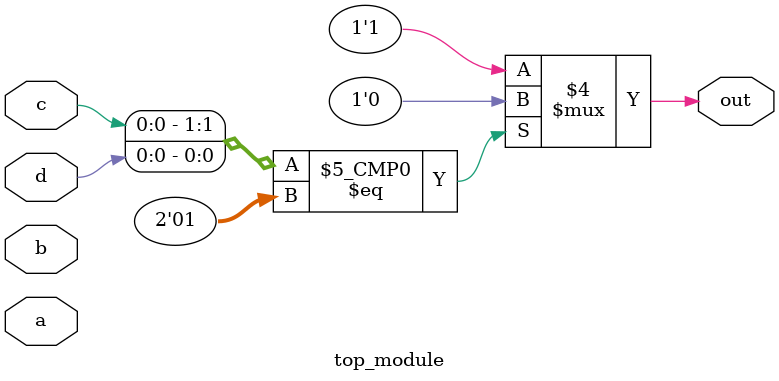
<source format=sv>
module top_module (
	input a, 
	input b,
	input c,
	input d,
	output reg out
);
        
    always @* begin
        case({c,d})
            2'b00: out = 1;
            2'b01: out = 0;
            2'b11: out = 1;
            default: out = 1;
        endcase
    end
    
endmodule

</source>
